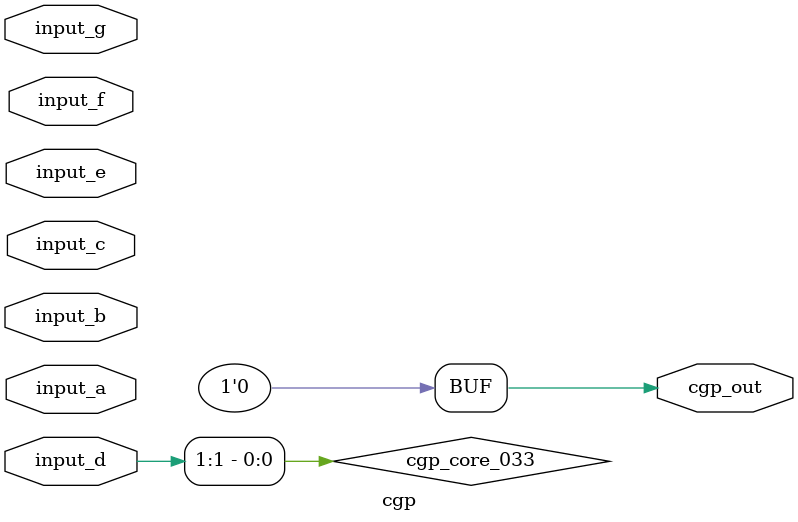
<source format=v>
module cgp(input [1:0] input_a, input [1:0] input_b, input [1:0] input_c, input [1:0] input_d, input [1:0] input_e, input [1:0] input_f, input [1:0] input_g, output [0:0] cgp_out);
  wire cgp_core_016;
  wire cgp_core_022;
  wire cgp_core_023;
  wire cgp_core_024;
  wire cgp_core_025;
  wire cgp_core_027;
  wire cgp_core_029;
  wire cgp_core_030;
  wire cgp_core_031;
  wire cgp_core_032;
  wire cgp_core_033;
  wire cgp_core_034;
  wire cgp_core_035;
  wire cgp_core_037;
  wire cgp_core_038;
  wire cgp_core_039;
  wire cgp_core_040;
  wire cgp_core_041;
  wire cgp_core_043_not;
  wire cgp_core_046;
  wire cgp_core_049;
  wire cgp_core_053;
  wire cgp_core_054;
  wire cgp_core_055;
  wire cgp_core_057;
  wire cgp_core_059;
  wire cgp_core_060;
  wire cgp_core_061;
  wire cgp_core_065;
  wire cgp_core_066;
  wire cgp_core_068;
  wire cgp_core_069;
  wire cgp_core_070;
  wire cgp_core_071;
  wire cgp_core_073;
  wire cgp_core_074_not;
  wire cgp_core_075;
  wire cgp_core_076;
  wire cgp_core_077;

  assign cgp_core_016 = ~(input_g[0] & input_c[0]);
  assign cgp_core_022 = ~(input_d[0] ^ input_e[1]);
  assign cgp_core_023 = ~input_a[0];
  assign cgp_core_024 = input_b[1] ^ input_a[0];
  assign cgp_core_025 = ~input_d[1];
  assign cgp_core_027 = cgp_core_025 & input_c[0];
  assign cgp_core_029 = ~input_d[0];
  assign cgp_core_030 = input_f[0] & input_c[1];
  assign cgp_core_031 = ~(input_d[0] | input_b[0]);
  assign cgp_core_032 = input_e[0] ^ input_c[1];
  assign cgp_core_033 = input_d[1] | input_d[1];
  assign cgp_core_034 = input_e[0] | input_f[1];
  assign cgp_core_035 = ~input_a[1];
  assign cgp_core_037 = cgp_core_034 & cgp_core_033;
  assign cgp_core_038 = input_e[1] & input_d[0];
  assign cgp_core_039 = input_f[1] ^ input_e[0];
  assign cgp_core_040 = input_g[1] & input_g[0];
  assign cgp_core_041 = ~(input_a[1] & input_g[1]);
  assign cgp_core_043_not = ~input_c[0];
  assign cgp_core_046 = ~input_c[0];
  assign cgp_core_049 = input_b[0] & input_e[1];
  assign cgp_core_053 = cgp_core_038 & input_g[0];
  assign cgp_core_054 = ~(input_f[0] ^ input_c[0]);
  assign cgp_core_055 = input_d[0] ^ input_f[0];
  assign cgp_core_057 = ~input_g[0];
  assign cgp_core_059 = input_c[0] & input_g[1];
  assign cgp_core_060 = input_b[1] & input_d[1];
  assign cgp_core_061 = input_e[1] & input_e[0];
  assign cgp_core_065 = input_c[1] & input_f[1];
  assign cgp_core_066 = input_e[1] & input_d[1];
  assign cgp_core_068 = input_a[1] & input_e[1];
  assign cgp_core_069 = input_f[1] & input_a[1];
  assign cgp_core_070 = cgp_core_069 & input_d[0];
  assign cgp_core_071 = ~(input_b[1] & cgp_core_046);
  assign cgp_core_073 = ~(input_f[1] & input_a[0]);
  assign cgp_core_074_not = ~input_g[1];
  assign cgp_core_075 = ~(cgp_core_074_not | input_c[0]);
  assign cgp_core_076 = cgp_core_073 | input_b[1];
  assign cgp_core_077 = input_a[1] & input_e[1];

  assign cgp_out[0] = 1'b0;
endmodule
</source>
